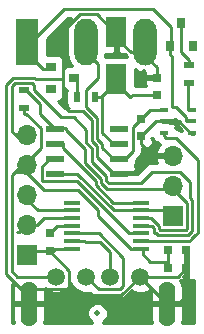
<source format=gbr>
G04 #@! TF.FileFunction,Copper,L1,Top,Signal*
%FSLAX46Y46*%
G04 Gerber Fmt 4.6, Leading zero omitted, Abs format (unit mm)*
G04 Created by KiCad (PCBNEW 4.0.7) date 12/13/17 21:39:52*
%MOMM*%
%LPD*%
G01*
G04 APERTURE LIST*
%ADD10C,0.100000*%
%ADD11R,1.700000X1.700000*%
%ADD12O,1.700000X1.700000*%
%ADD13R,1.550000X0.600000*%
%ADD14R,1.980000X3.960000*%
%ADD15O,1.980000X3.960000*%
%ADD16R,0.750000X0.800000*%
%ADD17R,1.450000X0.450000*%
%ADD18R,0.800000X0.750000*%
%ADD19R,0.900000X0.500000*%
%ADD20R,1.800000X2.500000*%
%ADD21R,0.500000X0.900000*%
%ADD22R,0.800000X0.900000*%
%ADD23R,0.900000X0.800000*%
%ADD24C,0.500000*%
%ADD25C,1.501140*%
%ADD26O,1.400000X3.800000*%
%ADD27R,0.700000X0.450000*%
%ADD28C,0.250000*%
%ADD29C,0.254000*%
G04 APERTURE END LIST*
D10*
D11*
X54250000Y-44300000D03*
D12*
X54250000Y-41760000D03*
X54250000Y-39220000D03*
D13*
X44290000Y-36957000D03*
X44290000Y-38227000D03*
X44290000Y-39497000D03*
X44290000Y-40767000D03*
X49690000Y-40767000D03*
X49690000Y-39497000D03*
X49690000Y-38227000D03*
X49690000Y-36957000D03*
D14*
X41900000Y-29560000D03*
D15*
X46900000Y-29560000D03*
X51900000Y-29560000D03*
D16*
X51562000Y-37580000D03*
X51562000Y-36080000D03*
D17*
X51550000Y-47110000D03*
X51550000Y-46460000D03*
X51550000Y-45810000D03*
X51550000Y-45160000D03*
X51550000Y-44510000D03*
X51550000Y-43860000D03*
X51550000Y-43210000D03*
X45650000Y-43210000D03*
X45650000Y-43860000D03*
X45650000Y-44510000D03*
X45650000Y-45160000D03*
X45650000Y-45810000D03*
X45650000Y-46460000D03*
X45650000Y-47110000D03*
D11*
X41910000Y-47640000D03*
D12*
X41910000Y-45100000D03*
X41910000Y-42560000D03*
X41910000Y-40020000D03*
X41910000Y-37480000D03*
D16*
X43800000Y-45810000D03*
X43800000Y-47310000D03*
D18*
X53860000Y-47244000D03*
X55360000Y-47244000D03*
X53850000Y-48768000D03*
X55350000Y-48768000D03*
D19*
X55600000Y-31560000D03*
X55600000Y-33060000D03*
X41600000Y-33660000D03*
X41600000Y-35160000D03*
D16*
X52850000Y-32610000D03*
X52850000Y-34110000D03*
D20*
X49450000Y-32760000D03*
X49450000Y-28760000D03*
D21*
X47600000Y-34260000D03*
X46100000Y-34260000D03*
D22*
X54000000Y-29960000D03*
X55900000Y-29960000D03*
X54950000Y-27960000D03*
D23*
X43900000Y-31710000D03*
X43900000Y-33610000D03*
X45900000Y-32660000D03*
D24*
X47850000Y-52578000D03*
D25*
X44351140Y-49457880D03*
X46891140Y-49457880D03*
X48923140Y-49457880D03*
X51463140Y-49457880D03*
D26*
X42066000Y-51746000D03*
X53750000Y-51746000D03*
D27*
X53480000Y-35372000D03*
X53480000Y-36322000D03*
X53480000Y-37272000D03*
X55880000Y-35372000D03*
X55880000Y-36322000D03*
X55880000Y-37272000D03*
D28*
X53480000Y-36322000D02*
X54719998Y-36322000D01*
X54719998Y-36322000D02*
X55669998Y-37272000D01*
X55669998Y-37272000D02*
X55880000Y-37272000D01*
X40640000Y-49784000D02*
X41389451Y-50533451D01*
X40132000Y-42672000D02*
X40132000Y-49276000D01*
X40132000Y-49276000D02*
X40640000Y-49784000D01*
X40132000Y-41402000D02*
X40132000Y-41552587D01*
X40132000Y-33206587D02*
X40132000Y-41402000D01*
X40132000Y-41656000D02*
X40132000Y-42672000D01*
X40132000Y-41402000D02*
X40132000Y-42672000D01*
X44963612Y-32766000D02*
X42627413Y-32766000D01*
X42627413Y-32766000D02*
X42496401Y-32634988D01*
X42496401Y-32634988D02*
X40703599Y-32634988D01*
X40703599Y-32634988D02*
X40132000Y-33206587D01*
X41389451Y-50533451D02*
X45533875Y-50533451D01*
X45533875Y-50533451D02*
X45546424Y-50546000D01*
X45426711Y-50426287D02*
X45546424Y-50546000D01*
X45546424Y-50546000D02*
X46054424Y-51054000D01*
X44963612Y-34973612D02*
X44963612Y-32766000D01*
X44963612Y-32766000D02*
X44963612Y-28646684D01*
X51463140Y-49457880D02*
X52661880Y-49457880D01*
X52661880Y-49457880D02*
X52672001Y-49468001D01*
X52672001Y-49468001D02*
X54624999Y-49468001D01*
X54624999Y-49468001D02*
X55325000Y-48768000D01*
X55325000Y-48768000D02*
X55350000Y-48768000D01*
X53086000Y-36322000D02*
X53211000Y-36322000D01*
X53086000Y-36322000D02*
X52820000Y-36322000D01*
X52820000Y-36322000D02*
X51562000Y-37580000D01*
X51562000Y-37580000D02*
X51562000Y-38230000D01*
X51562000Y-38230000D02*
X52376410Y-39044410D01*
X52376410Y-39044410D02*
X52376410Y-39220000D01*
X49690000Y-40767000D02*
X50715000Y-40767000D01*
X50715000Y-40767000D02*
X51581990Y-39900010D01*
X51581990Y-39900010D02*
X51696401Y-39900009D01*
X51696401Y-39900009D02*
X52376410Y-39220000D01*
X52376410Y-39220000D02*
X54073590Y-39220000D01*
X54073590Y-39220000D02*
X54161795Y-39308205D01*
X47800033Y-39352033D02*
X47800033Y-38404854D01*
X46355306Y-27254990D02*
X47794990Y-27254990D01*
X44963612Y-28646684D02*
X46355306Y-27254990D01*
X46586411Y-35460000D02*
X45450000Y-35460000D01*
X49690000Y-40767000D02*
X49215000Y-40767000D01*
X47794990Y-27254990D02*
X49450000Y-28910000D01*
X47359978Y-37964799D02*
X47359978Y-36233567D01*
X49215000Y-40767000D02*
X47800033Y-39352033D01*
X45450000Y-35460000D02*
X44963612Y-34973612D01*
X47359978Y-36233567D02*
X46586411Y-35460000D01*
X47800033Y-38404854D02*
X47359978Y-37964799D01*
X55077120Y-49457880D02*
X55350000Y-49185000D01*
X55350000Y-49185000D02*
X55350000Y-48560000D01*
X46054424Y-51054000D02*
X49867020Y-51054000D01*
X49867020Y-51054000D02*
X51463140Y-49457880D01*
X45775000Y-47110000D02*
X44000000Y-47110000D01*
X44000000Y-47110000D02*
X43800000Y-47310000D01*
X45426711Y-48961711D02*
X45426711Y-50426287D01*
X45426711Y-50426287D02*
X44106998Y-51746000D01*
X44106998Y-51746000D02*
X42066000Y-51746000D01*
X45426711Y-48961711D02*
X43800000Y-47335000D01*
X43800000Y-47335000D02*
X43800000Y-47310000D01*
X43800000Y-47310000D02*
X41830000Y-47310000D01*
X41830000Y-47310000D02*
X41500000Y-47640000D01*
X41500000Y-51180000D02*
X42066000Y-51746000D01*
X51463140Y-49457880D02*
X53750000Y-51744740D01*
X53750000Y-51744740D02*
X53750000Y-51746000D01*
X50600000Y-40720000D02*
X50110000Y-40720000D01*
X43800000Y-47310000D02*
X44125000Y-47310000D01*
X52800000Y-51746000D02*
X53750000Y-51746000D01*
X51910000Y-29810000D02*
X51910000Y-30800000D01*
X51910000Y-30800000D02*
X52850000Y-31740000D01*
X52850000Y-31740000D02*
X52850000Y-32610000D01*
X42066000Y-51743020D02*
X42066000Y-51746000D01*
X53750000Y-51746000D02*
X54700000Y-51746000D01*
X54700000Y-51746000D02*
X55360000Y-51086000D01*
X55360000Y-51086000D02*
X55360000Y-48815000D01*
X55360000Y-48815000D02*
X55360000Y-48190000D01*
X55350000Y-48180000D02*
X55360000Y-48190000D01*
X49450000Y-28610000D02*
X49450000Y-29260000D01*
X49450000Y-29260000D02*
X50670000Y-30480000D01*
X50670000Y-30480000D02*
X51910000Y-30480000D01*
X51910000Y-31470000D02*
X51910000Y-30480000D01*
X52145000Y-30480000D02*
X52120000Y-30480000D01*
X52120000Y-30480000D02*
X51910000Y-30480000D01*
X41500000Y-48190000D02*
X41480000Y-48190000D01*
X48923140Y-49457880D02*
X48923140Y-47399140D01*
X46750000Y-46460000D02*
X45775000Y-46460000D01*
X48923140Y-47399140D02*
X48059001Y-46535001D01*
X48059001Y-46535001D02*
X46825001Y-46535001D01*
X46825001Y-46535001D02*
X46750000Y-46460000D01*
X48923140Y-49686860D02*
X48923140Y-49457880D01*
X45775000Y-45810000D02*
X47970410Y-45810000D01*
X47970410Y-45810000D02*
X50038000Y-47877590D01*
X49751159Y-50533451D02*
X47966711Y-50533451D01*
X50038000Y-47877590D02*
X50038000Y-50246610D01*
X47966711Y-50533451D02*
X46891140Y-49457880D01*
X50038000Y-50246610D02*
X49751159Y-50533451D01*
X46891140Y-49457880D02*
X46917880Y-49457880D01*
X46917880Y-49457880D02*
X46990000Y-49530000D01*
X46990000Y-49530000D02*
X46659998Y-49530000D01*
X41910000Y-40020000D02*
X41910000Y-40683413D01*
X41910000Y-40683413D02*
X43336587Y-42110000D01*
X43336587Y-42110000D02*
X46190943Y-42110000D01*
X41500000Y-40020000D02*
X40650001Y-40869999D01*
X40599990Y-49024992D02*
X41032878Y-49457880D01*
X40650001Y-40869999D02*
X40650001Y-45413589D01*
X40650001Y-45413589D02*
X40599990Y-45463600D01*
X40599990Y-45463600D02*
X40599990Y-49024992D01*
X41600000Y-35160000D02*
X41600000Y-35660000D01*
X41600000Y-35660000D02*
X41829002Y-35660000D01*
X43085001Y-36915999D02*
X43085001Y-38590999D01*
X41829002Y-35660000D02*
X43085001Y-36915999D01*
X43085001Y-38590999D02*
X42505999Y-39170001D01*
X42505999Y-39170001D02*
X41656000Y-40020000D01*
X44351140Y-49457880D02*
X41032878Y-49457880D01*
X50650000Y-47110000D02*
X51675000Y-47110000D01*
X47900000Y-44360000D02*
X50650000Y-47110000D01*
X41050000Y-40570000D02*
X41560000Y-40570000D01*
X47900000Y-43819057D02*
X47900000Y-44360000D01*
X46190943Y-42110000D02*
X47900000Y-43819057D01*
X53850000Y-48560000D02*
X53850000Y-47060000D01*
X53850000Y-47060000D02*
X53800000Y-47010000D01*
X44675000Y-49180000D02*
X44325000Y-49530000D01*
X43945000Y-49530000D02*
X44325000Y-49530000D01*
X41740000Y-40600000D02*
X41710000Y-40570000D01*
X41710000Y-40570000D02*
X41050000Y-40570000D01*
X51675000Y-47110000D02*
X51675000Y-47585000D01*
X51675000Y-47585000D02*
X52280000Y-48190000D01*
X52280000Y-48190000D02*
X53860000Y-48190000D01*
X51900000Y-47110000D02*
X51675000Y-47110000D01*
X53860000Y-48190000D02*
X53860000Y-48305000D01*
X43189999Y-40122001D02*
X43815000Y-39497000D01*
X43189999Y-41327001D02*
X43189999Y-40122001D01*
X43264998Y-41402000D02*
X43189999Y-41327001D01*
X43815000Y-39497000D02*
X44290000Y-39497000D01*
X46119354Y-41402000D02*
X43264998Y-41402000D01*
X50527354Y-45810000D02*
X46119354Y-41402000D01*
X51675000Y-45810000D02*
X50527354Y-45810000D01*
X54814001Y-40584999D02*
X52475001Y-40584999D01*
X51675000Y-45160000D02*
X52435002Y-45160000D01*
X52435002Y-45160000D02*
X52600001Y-45324999D01*
X52600001Y-45324999D02*
X52600001Y-45760001D01*
X52788588Y-45760001D02*
X52953599Y-45925012D01*
X52953599Y-45925012D02*
X55546401Y-45925012D01*
X55546401Y-45925012D02*
X55875012Y-45596401D01*
X55875012Y-45596401D02*
X55875012Y-43003599D01*
X52600001Y-45760001D02*
X52788588Y-45760001D01*
X55683989Y-42812576D02*
X55683989Y-41454987D01*
X48822987Y-41559989D02*
X48589999Y-41327001D01*
X47350022Y-39730022D02*
X47350022Y-38591254D01*
X55683989Y-41454987D02*
X54814001Y-40584999D01*
X47350022Y-38591254D02*
X46909967Y-38151199D01*
X46909967Y-37032797D02*
X45857169Y-35979999D01*
X45857169Y-35979999D02*
X44784997Y-35979999D01*
X44784997Y-35979999D02*
X42441013Y-33636015D01*
X48589999Y-41327001D02*
X48589999Y-40969999D01*
X55875012Y-43003599D02*
X55683989Y-42812576D01*
X52475001Y-40584999D02*
X51500011Y-41559989D01*
X42441013Y-33216011D02*
X42310001Y-33084999D01*
X42310001Y-33084999D02*
X40889998Y-33084999D01*
X48589999Y-40969999D02*
X47350022Y-39730022D01*
X46909967Y-38151199D02*
X46909967Y-37032797D01*
X40889998Y-33084999D02*
X40650001Y-33324996D01*
X40650001Y-33324996D02*
X40650001Y-37180001D01*
X40650001Y-37180001D02*
X40894000Y-37424000D01*
X42441013Y-33636015D02*
X42441013Y-33216011D01*
X51500011Y-41559989D02*
X48822987Y-41559989D01*
X40894000Y-37424000D02*
X41500000Y-38030000D01*
X40950000Y-37480000D02*
X40894000Y-37424000D01*
X41910000Y-37480000D02*
X40950000Y-37480000D01*
X49200176Y-43210000D02*
X51675000Y-43210000D01*
X47689977Y-41342799D02*
X47689977Y-41699801D01*
X44950000Y-38602822D02*
X47689977Y-41342799D01*
X44950000Y-38110000D02*
X44950000Y-38602822D01*
X47689977Y-41699801D02*
X49200176Y-43210000D01*
X41500000Y-45100000D02*
X42702081Y-45100000D01*
X42702081Y-45100000D02*
X43292081Y-44510000D01*
X43292081Y-44510000D02*
X45775000Y-44510000D01*
X41050000Y-45650000D02*
X41310000Y-45650000D01*
X43800000Y-45810000D02*
X44450000Y-45160000D01*
X44450000Y-45160000D02*
X45775000Y-45160000D01*
X54155001Y-35105001D02*
X54538001Y-35105001D01*
X54538001Y-35105001D02*
X55361000Y-35928000D01*
X55361000Y-35928000D02*
X55361000Y-36322000D01*
X54000000Y-30660000D02*
X54155001Y-30815001D01*
X54155001Y-30815001D02*
X54155001Y-35105001D01*
X55361000Y-36322000D02*
X55880000Y-36322000D01*
X55486000Y-36322000D02*
X55361000Y-36322000D01*
X54000000Y-30660000D02*
X54000000Y-29960000D01*
X41910000Y-29870000D02*
X41910000Y-29810000D01*
X41910000Y-29810000D02*
X42000000Y-29810000D01*
X42000000Y-29810000D02*
X45005021Y-26804979D01*
X45005021Y-26804979D02*
X52544979Y-26804979D01*
X52544979Y-26804979D02*
X54100000Y-28360000D01*
X54100000Y-28360000D02*
X54100000Y-29885000D01*
X54100000Y-29885000D02*
X54100000Y-30021411D01*
X44000000Y-31860000D02*
X43210000Y-31860000D01*
X43210000Y-31860000D02*
X41900000Y-30550000D01*
X41900000Y-30550000D02*
X41900000Y-29560000D01*
X55050000Y-27885000D02*
X54914316Y-28020684D01*
X54914316Y-28020684D02*
X54914316Y-30474316D01*
X55600000Y-31160000D02*
X55600000Y-31560000D01*
X54914316Y-30474316D02*
X55600000Y-31160000D01*
X53086000Y-35372000D02*
X53480000Y-35372000D01*
X51562000Y-36080000D02*
X51562000Y-36105000D01*
X51562000Y-36105000D02*
X50861999Y-36805001D01*
X50861999Y-36805001D02*
X50861999Y-38800001D01*
X50861999Y-38800001D02*
X50165000Y-39497000D01*
X50165000Y-39497000D02*
X49690000Y-39497000D01*
X51562000Y-36080000D02*
X52270000Y-35372000D01*
X52270000Y-35372000D02*
X53086000Y-35372000D01*
X46900000Y-35137178D02*
X47809989Y-36047167D01*
X47900000Y-31470000D02*
X47900000Y-32674998D01*
X48250044Y-38218454D02*
X48250044Y-38532044D01*
X47809989Y-36047167D02*
X47809989Y-37778399D01*
X49215000Y-39497000D02*
X49690000Y-39497000D01*
X47809989Y-37778399D02*
X48250044Y-38218454D01*
X47900000Y-32674998D02*
X46900000Y-33674998D01*
X46910000Y-30480000D02*
X47900000Y-31470000D01*
X48250044Y-38532044D02*
X49215000Y-39497000D01*
X46900000Y-33674998D02*
X46900000Y-35137178D01*
X52850000Y-34110000D02*
X50800000Y-34110000D01*
X50800000Y-34110000D02*
X50650000Y-34260000D01*
X50650000Y-34260000D02*
X50600000Y-34260000D01*
X50600000Y-34260000D02*
X49450000Y-33110000D01*
X49450000Y-33110000D02*
X49450000Y-32760000D01*
X50165000Y-38227000D02*
X49690000Y-38227000D01*
X49215000Y-38227000D02*
X48260000Y-37272000D01*
X49690000Y-38227000D02*
X49215000Y-38227000D01*
X48260000Y-34150000D02*
X48260000Y-37272000D01*
X47650000Y-34260000D02*
X48150000Y-34260000D01*
X48150000Y-34260000D02*
X48260000Y-34150000D01*
X49450000Y-32610000D02*
X49450000Y-32960000D01*
X49450000Y-32960000D02*
X48260000Y-34150000D01*
X46150000Y-34260000D02*
X46150000Y-32960000D01*
X46150000Y-32960000D02*
X46000000Y-32810000D01*
X46120765Y-40767000D02*
X44290000Y-40767000D01*
X49213765Y-43860000D02*
X46120765Y-40767000D01*
X51675000Y-43860000D02*
X49213765Y-43860000D01*
X54200000Y-44450000D02*
X54140000Y-44450000D01*
X54140000Y-44450000D02*
X53950000Y-44260000D01*
X53950000Y-44260000D02*
X53950000Y-44210000D01*
X53950000Y-44210000D02*
X53600000Y-43860000D01*
X53600000Y-43860000D02*
X51675000Y-43860000D01*
X51675000Y-43760001D02*
X51675000Y-43860000D01*
X55425001Y-43189999D02*
X54200000Y-41964998D01*
X52421413Y-44510000D02*
X53074999Y-45163586D01*
X53074999Y-45163586D02*
X53074999Y-45410001D01*
X53074999Y-45410001D02*
X53139999Y-45475001D01*
X51675000Y-44510000D02*
X52421413Y-44510000D01*
X54200000Y-41964998D02*
X54200000Y-41910000D01*
X55425001Y-45410001D02*
X55425001Y-43189999D01*
X53139999Y-45475001D02*
X55360001Y-45475001D01*
X55360001Y-45475001D02*
X55425001Y-45410001D01*
X46800000Y-38677643D02*
X46800000Y-39816411D01*
X46800000Y-39816411D02*
X48139988Y-41156399D01*
X45200000Y-36910000D02*
X45200000Y-37077643D01*
X45200000Y-37077643D02*
X46800000Y-38677643D01*
X48139988Y-41513401D02*
X48676587Y-42050000D01*
X54550000Y-42050000D02*
X54510000Y-42010000D01*
X48139988Y-41156399D02*
X48139988Y-41513401D01*
X48676587Y-42050000D02*
X54550000Y-42050000D01*
X44175000Y-36910000D02*
X43000000Y-35735000D01*
X43000000Y-35735000D02*
X43000000Y-34860000D01*
X43000000Y-34860000D02*
X41800000Y-33660000D01*
X45200000Y-36910000D02*
X44175000Y-36910000D01*
X41800000Y-33660000D02*
X41600000Y-33660000D01*
X45775000Y-43860000D02*
X42800000Y-43860000D01*
X42800000Y-43860000D02*
X41500000Y-42560000D01*
X55486000Y-35372000D02*
X55880000Y-35372000D01*
X55486000Y-35372000D02*
X55486000Y-33174000D01*
X55486000Y-33174000D02*
X55600000Y-33060000D01*
X53480000Y-37272000D02*
X53480000Y-37541000D01*
X53480000Y-37541000D02*
X53686000Y-37747000D01*
X55798001Y-46309999D02*
X55797825Y-46309999D01*
X55797825Y-46309999D02*
X55647824Y-46460000D01*
X55647824Y-46460000D02*
X52525000Y-46460000D01*
X52525000Y-46460000D02*
X51550000Y-46460000D01*
X56134000Y-45974000D02*
X55798001Y-46309999D01*
X56134000Y-45973824D02*
X56134000Y-45974000D01*
X56325023Y-45782801D02*
X56134000Y-45973824D01*
X56325023Y-39556021D02*
X56325023Y-45782801D01*
X53686000Y-37747000D02*
X54516002Y-37747000D01*
X54516002Y-37747000D02*
X56325023Y-39556021D01*
D29*
G36*
X55507000Y-47371000D02*
X55487000Y-47371000D01*
X55487000Y-47906750D01*
X55477000Y-47916750D01*
X55477000Y-48641000D01*
X55497000Y-48641000D01*
X55497000Y-48895000D01*
X55477000Y-48895000D01*
X55477000Y-49619250D01*
X55635750Y-49778000D01*
X55876309Y-49778000D01*
X56040000Y-49710197D01*
X56040000Y-53350000D01*
X55001979Y-53350000D01*
X55085000Y-53073000D01*
X55085000Y-51873000D01*
X53877000Y-51873000D01*
X53877000Y-51893000D01*
X53623000Y-51893000D01*
X53623000Y-51873000D01*
X52415000Y-51873000D01*
X52415000Y-53073000D01*
X52498021Y-53350000D01*
X48299117Y-53350000D01*
X48350657Y-53328704D01*
X48599829Y-53079967D01*
X48734846Y-52754810D01*
X48735153Y-52402735D01*
X48600704Y-52077343D01*
X48351967Y-51828171D01*
X48026810Y-51693154D01*
X47674735Y-51692847D01*
X47349343Y-51827296D01*
X47100171Y-52076033D01*
X46965154Y-52401190D01*
X46964847Y-52753265D01*
X47099296Y-53078657D01*
X47348033Y-53327829D01*
X47401427Y-53350000D01*
X43317979Y-53350000D01*
X43401000Y-53073000D01*
X43401000Y-51873000D01*
X42193000Y-51873000D01*
X42193000Y-51893000D01*
X41939000Y-51893000D01*
X41939000Y-51873000D01*
X40731000Y-51873000D01*
X40731000Y-53073000D01*
X40814021Y-53350000D01*
X40577000Y-53350000D01*
X40577000Y-50049753D01*
X40742039Y-50160028D01*
X40804872Y-50172526D01*
X40731000Y-50419000D01*
X40731000Y-51619000D01*
X41939000Y-51619000D01*
X41939000Y-51599000D01*
X42193000Y-51599000D01*
X42193000Y-51619000D01*
X43401000Y-51619000D01*
X43401000Y-50467284D01*
X43565253Y-50631824D01*
X44074324Y-50843209D01*
X44625538Y-50843690D01*
X45134977Y-50633194D01*
X45525084Y-50243767D01*
X45621115Y-50012499D01*
X45715826Y-50241717D01*
X46105253Y-50631824D01*
X46614324Y-50843209D01*
X47165538Y-50843690D01*
X47191444Y-50832986D01*
X47429310Y-51070852D01*
X47675872Y-51235599D01*
X47966711Y-51293451D01*
X49751159Y-51293451D01*
X50041998Y-51235599D01*
X50288560Y-51070852D01*
X50575401Y-50784011D01*
X50712780Y-50578409D01*
X50738875Y-50670811D01*
X51258174Y-50855647D01*
X51808678Y-50827685D01*
X52187405Y-50670811D01*
X52255464Y-50429812D01*
X52370517Y-50544865D01*
X52415000Y-50500382D01*
X52415000Y-51619000D01*
X53623000Y-51619000D01*
X53623000Y-51599000D01*
X53877000Y-51599000D01*
X53877000Y-51619000D01*
X55085000Y-51619000D01*
X55085000Y-50419000D01*
X54934778Y-49917785D01*
X54819381Y-49776215D01*
X54823691Y-49778000D01*
X55064250Y-49778000D01*
X55223000Y-49619250D01*
X55223000Y-48895000D01*
X55203000Y-48895000D01*
X55203000Y-48641000D01*
X55223000Y-48641000D01*
X55223000Y-48105250D01*
X55233000Y-48095250D01*
X55233000Y-47371000D01*
X55213000Y-47371000D01*
X55213000Y-47220000D01*
X55507000Y-47220000D01*
X55507000Y-47371000D01*
X55507000Y-47371000D01*
G37*
X55507000Y-47371000D02*
X55487000Y-47371000D01*
X55487000Y-47906750D01*
X55477000Y-47916750D01*
X55477000Y-48641000D01*
X55497000Y-48641000D01*
X55497000Y-48895000D01*
X55477000Y-48895000D01*
X55477000Y-49619250D01*
X55635750Y-49778000D01*
X55876309Y-49778000D01*
X56040000Y-49710197D01*
X56040000Y-53350000D01*
X55001979Y-53350000D01*
X55085000Y-53073000D01*
X55085000Y-51873000D01*
X53877000Y-51873000D01*
X53877000Y-51893000D01*
X53623000Y-51893000D01*
X53623000Y-51873000D01*
X52415000Y-51873000D01*
X52415000Y-53073000D01*
X52498021Y-53350000D01*
X48299117Y-53350000D01*
X48350657Y-53328704D01*
X48599829Y-53079967D01*
X48734846Y-52754810D01*
X48735153Y-52402735D01*
X48600704Y-52077343D01*
X48351967Y-51828171D01*
X48026810Y-51693154D01*
X47674735Y-51692847D01*
X47349343Y-51827296D01*
X47100171Y-52076033D01*
X46965154Y-52401190D01*
X46964847Y-52753265D01*
X47099296Y-53078657D01*
X47348033Y-53327829D01*
X47401427Y-53350000D01*
X43317979Y-53350000D01*
X43401000Y-53073000D01*
X43401000Y-51873000D01*
X42193000Y-51873000D01*
X42193000Y-51893000D01*
X41939000Y-51893000D01*
X41939000Y-51873000D01*
X40731000Y-51873000D01*
X40731000Y-53073000D01*
X40814021Y-53350000D01*
X40577000Y-53350000D01*
X40577000Y-50049753D01*
X40742039Y-50160028D01*
X40804872Y-50172526D01*
X40731000Y-50419000D01*
X40731000Y-51619000D01*
X41939000Y-51619000D01*
X41939000Y-51599000D01*
X42193000Y-51599000D01*
X42193000Y-51619000D01*
X43401000Y-51619000D01*
X43401000Y-50467284D01*
X43565253Y-50631824D01*
X44074324Y-50843209D01*
X44625538Y-50843690D01*
X45134977Y-50633194D01*
X45525084Y-50243767D01*
X45621115Y-50012499D01*
X45715826Y-50241717D01*
X46105253Y-50631824D01*
X46614324Y-50843209D01*
X47165538Y-50843690D01*
X47191444Y-50832986D01*
X47429310Y-51070852D01*
X47675872Y-51235599D01*
X47966711Y-51293451D01*
X49751159Y-51293451D01*
X50041998Y-51235599D01*
X50288560Y-51070852D01*
X50575401Y-50784011D01*
X50712780Y-50578409D01*
X50738875Y-50670811D01*
X51258174Y-50855647D01*
X51808678Y-50827685D01*
X52187405Y-50670811D01*
X52255464Y-50429812D01*
X52370517Y-50544865D01*
X52415000Y-50500382D01*
X52415000Y-51619000D01*
X53623000Y-51619000D01*
X53623000Y-51599000D01*
X53877000Y-51599000D01*
X53877000Y-51619000D01*
X55085000Y-51619000D01*
X55085000Y-50419000D01*
X54934778Y-49917785D01*
X54819381Y-49776215D01*
X54823691Y-49778000D01*
X55064250Y-49778000D01*
X55223000Y-49619250D01*
X55223000Y-48895000D01*
X55203000Y-48895000D01*
X55203000Y-48641000D01*
X55223000Y-48641000D01*
X55223000Y-48105250D01*
X55233000Y-48095250D01*
X55233000Y-47371000D01*
X55213000Y-47371000D01*
X55213000Y-47220000D01*
X55507000Y-47220000D01*
X55507000Y-47371000D01*
G36*
X51656888Y-49443738D02*
X51642745Y-49457880D01*
X51656888Y-49472023D01*
X51477283Y-49651628D01*
X51463140Y-49637485D01*
X51448998Y-49651628D01*
X51269393Y-49472023D01*
X51283535Y-49457880D01*
X51269393Y-49443738D01*
X51448998Y-49264133D01*
X51463140Y-49278275D01*
X51477283Y-49264133D01*
X51656888Y-49443738D01*
X51656888Y-49443738D01*
G37*
X51656888Y-49443738D02*
X51642745Y-49457880D01*
X51656888Y-49472023D01*
X51477283Y-49651628D01*
X51463140Y-49637485D01*
X51448998Y-49651628D01*
X51269393Y-49472023D01*
X51283535Y-49457880D01*
X51269393Y-49443738D01*
X51448998Y-49264133D01*
X51463140Y-49278275D01*
X51477283Y-49264133D01*
X51656888Y-49443738D01*
G36*
X42037000Y-47513000D02*
X42057000Y-47513000D01*
X42057000Y-47767000D01*
X42037000Y-47767000D01*
X42037000Y-47787000D01*
X41783000Y-47787000D01*
X41783000Y-47767000D01*
X41763000Y-47767000D01*
X41763000Y-47513000D01*
X41783000Y-47513000D01*
X41783000Y-47493000D01*
X42037000Y-47493000D01*
X42037000Y-47513000D01*
X42037000Y-47513000D01*
G37*
X42037000Y-47513000D02*
X42057000Y-47513000D01*
X42057000Y-47767000D01*
X42037000Y-47767000D01*
X42037000Y-47787000D01*
X41783000Y-47787000D01*
X41783000Y-47767000D01*
X41763000Y-47767000D01*
X41763000Y-47513000D01*
X41783000Y-47513000D01*
X41783000Y-47493000D01*
X42037000Y-47493000D01*
X42037000Y-47513000D01*
G36*
X43927000Y-47183000D02*
X43947000Y-47183000D01*
X43947000Y-47437000D01*
X43927000Y-47437000D01*
X43927000Y-47457000D01*
X43673000Y-47457000D01*
X43673000Y-47437000D01*
X43653000Y-47437000D01*
X43653000Y-47183000D01*
X43673000Y-47183000D01*
X43673000Y-47163000D01*
X43927000Y-47163000D01*
X43927000Y-47183000D01*
X43927000Y-47183000D01*
G37*
X43927000Y-47183000D02*
X43947000Y-47183000D01*
X43947000Y-47437000D01*
X43927000Y-47437000D01*
X43927000Y-47457000D01*
X43673000Y-47457000D01*
X43673000Y-47437000D01*
X43653000Y-47437000D01*
X43653000Y-47183000D01*
X43673000Y-47183000D01*
X43673000Y-47163000D01*
X43927000Y-47163000D01*
X43927000Y-47183000D01*
G36*
X52526838Y-37732317D02*
X52665910Y-37948441D01*
X52878110Y-38093431D01*
X52977821Y-38113623D01*
X53139953Y-38275755D01*
X52978355Y-38453076D01*
X52808524Y-38863110D01*
X52929845Y-39093000D01*
X54123000Y-39093000D01*
X54123000Y-39073000D01*
X54377000Y-39073000D01*
X54377000Y-39093000D01*
X54397000Y-39093000D01*
X54397000Y-39347000D01*
X54377000Y-39347000D01*
X54377000Y-39367000D01*
X54123000Y-39367000D01*
X54123000Y-39347000D01*
X52929845Y-39347000D01*
X52808524Y-39576890D01*
X52911288Y-39824999D01*
X52475001Y-39824999D01*
X52184162Y-39882851D01*
X51937600Y-40047598D01*
X51185209Y-40799989D01*
X49543000Y-40799989D01*
X49543000Y-40640000D01*
X49563000Y-40640000D01*
X49563000Y-40620000D01*
X49817000Y-40620000D01*
X49817000Y-40640000D01*
X50941250Y-40640000D01*
X51100000Y-40481250D01*
X51100000Y-40340690D01*
X51010194Y-40123878D01*
X51061431Y-40048890D01*
X51112440Y-39797000D01*
X51112440Y-39624362D01*
X51399400Y-39337402D01*
X51564147Y-39090841D01*
X51576672Y-39027874D01*
X51621999Y-38800001D01*
X51621999Y-38615000D01*
X51689002Y-38615000D01*
X51689002Y-38456252D01*
X51847750Y-38615000D01*
X52063310Y-38615000D01*
X52296699Y-38518327D01*
X52475327Y-38339698D01*
X52572000Y-38106309D01*
X52572000Y-37865750D01*
X52413252Y-37707002D01*
X52522075Y-37707002D01*
X52526838Y-37732317D01*
X52526838Y-37732317D01*
G37*
X52526838Y-37732317D02*
X52665910Y-37948441D01*
X52878110Y-38093431D01*
X52977821Y-38113623D01*
X53139953Y-38275755D01*
X52978355Y-38453076D01*
X52808524Y-38863110D01*
X52929845Y-39093000D01*
X54123000Y-39093000D01*
X54123000Y-39073000D01*
X54377000Y-39073000D01*
X54377000Y-39093000D01*
X54397000Y-39093000D01*
X54397000Y-39347000D01*
X54377000Y-39347000D01*
X54377000Y-39367000D01*
X54123000Y-39367000D01*
X54123000Y-39347000D01*
X52929845Y-39347000D01*
X52808524Y-39576890D01*
X52911288Y-39824999D01*
X52475001Y-39824999D01*
X52184162Y-39882851D01*
X51937600Y-40047598D01*
X51185209Y-40799989D01*
X49543000Y-40799989D01*
X49543000Y-40640000D01*
X49563000Y-40640000D01*
X49563000Y-40620000D01*
X49817000Y-40620000D01*
X49817000Y-40640000D01*
X50941250Y-40640000D01*
X51100000Y-40481250D01*
X51100000Y-40340690D01*
X51010194Y-40123878D01*
X51061431Y-40048890D01*
X51112440Y-39797000D01*
X51112440Y-39624362D01*
X51399400Y-39337402D01*
X51564147Y-39090841D01*
X51576672Y-39027874D01*
X51621999Y-38800001D01*
X51621999Y-38615000D01*
X51689002Y-38615000D01*
X51689002Y-38456252D01*
X51847750Y-38615000D01*
X52063310Y-38615000D01*
X52296699Y-38518327D01*
X52475327Y-38339698D01*
X52572000Y-38106309D01*
X52572000Y-37865750D01*
X52413252Y-37707002D01*
X52522075Y-37707002D01*
X52526838Y-37732317D01*
G36*
X56027000Y-37384500D02*
X56007000Y-37384500D01*
X56007000Y-37419000D01*
X55753000Y-37419000D01*
X55753000Y-37384500D01*
X55733000Y-37384500D01*
X55733000Y-37194440D01*
X56027000Y-37194440D01*
X56027000Y-37384500D01*
X56027000Y-37384500D01*
G37*
X56027000Y-37384500D02*
X56007000Y-37384500D01*
X56007000Y-37419000D01*
X55753000Y-37419000D01*
X55753000Y-37384500D01*
X55733000Y-37384500D01*
X55733000Y-37194440D01*
X56027000Y-37194440D01*
X56027000Y-37384500D01*
G36*
X54601000Y-36242802D02*
X54601000Y-36322000D01*
X54658852Y-36612839D01*
X54823599Y-36859401D01*
X54899406Y-36910053D01*
X54895000Y-36920690D01*
X54895000Y-37000750D01*
X55039248Y-37144998D01*
X54956721Y-37144998D01*
X54806841Y-37044852D01*
X54516002Y-36987000D01*
X54466150Y-36987000D01*
X54433162Y-36811683D01*
X54417662Y-36787595D01*
X54465000Y-36673310D01*
X54465000Y-36593250D01*
X54306250Y-36434500D01*
X54002539Y-36434500D01*
X53830000Y-36399560D01*
X53333000Y-36399560D01*
X53333000Y-36244440D01*
X53830000Y-36244440D01*
X54015690Y-36209500D01*
X54306250Y-36209500D01*
X54436974Y-36078776D01*
X54601000Y-36242802D01*
X54601000Y-36242802D01*
G37*
X54601000Y-36242802D02*
X54601000Y-36322000D01*
X54658852Y-36612839D01*
X54823599Y-36859401D01*
X54899406Y-36910053D01*
X54895000Y-36920690D01*
X54895000Y-37000750D01*
X55039248Y-37144998D01*
X54956721Y-37144998D01*
X54806841Y-37044852D01*
X54516002Y-36987000D01*
X54466150Y-36987000D01*
X54433162Y-36811683D01*
X54417662Y-36787595D01*
X54465000Y-36673310D01*
X54465000Y-36593250D01*
X54306250Y-36434500D01*
X54002539Y-36434500D01*
X53830000Y-36399560D01*
X53333000Y-36399560D01*
X53333000Y-36244440D01*
X53830000Y-36244440D01*
X54015690Y-36209500D01*
X54306250Y-36209500D01*
X54436974Y-36078776D01*
X54601000Y-36242802D01*
G36*
X45198110Y-33656431D02*
X45232258Y-33663346D01*
X45202560Y-33810000D01*
X45202560Y-34710000D01*
X45246838Y-34945317D01*
X45385910Y-35161441D01*
X45471613Y-35219999D01*
X45099799Y-35219999D01*
X44507588Y-34627788D01*
X44585317Y-34613162D01*
X44801441Y-34474090D01*
X44946431Y-34261890D01*
X44997440Y-34010000D01*
X44997440Y-33519319D01*
X45198110Y-33656431D01*
X45198110Y-33656431D01*
G37*
X45198110Y-33656431D02*
X45232258Y-33663346D01*
X45202560Y-33810000D01*
X45202560Y-34710000D01*
X45246838Y-34945317D01*
X45385910Y-35161441D01*
X45471613Y-35219999D01*
X45099799Y-35219999D01*
X44507588Y-34627788D01*
X44585317Y-34613162D01*
X44801441Y-34474090D01*
X44946431Y-34261890D01*
X44997440Y-34010000D01*
X44997440Y-33519319D01*
X45198110Y-33656431D01*
G36*
X51395472Y-32099905D02*
X51521135Y-32130218D01*
X51772998Y-32010741D01*
X51772998Y-32175000D01*
X51840000Y-32175000D01*
X51840000Y-32324250D01*
X51998750Y-32483000D01*
X52723000Y-32483000D01*
X52723000Y-32463000D01*
X52977000Y-32463000D01*
X52977000Y-32483000D01*
X52997000Y-32483000D01*
X52997000Y-32737000D01*
X52977000Y-32737000D01*
X52977000Y-32757000D01*
X52723000Y-32757000D01*
X52723000Y-32737000D01*
X51998750Y-32737000D01*
X51840000Y-32895750D01*
X51840000Y-33136309D01*
X51928514Y-33350000D01*
X50997440Y-33350000D01*
X50997440Y-31876712D01*
X51395472Y-32099905D01*
X51395472Y-32099905D01*
G37*
X51395472Y-32099905D02*
X51521135Y-32130218D01*
X51772998Y-32010741D01*
X51772998Y-32175000D01*
X51840000Y-32175000D01*
X51840000Y-32324250D01*
X51998750Y-32483000D01*
X52723000Y-32483000D01*
X52723000Y-32463000D01*
X52977000Y-32463000D01*
X52977000Y-32483000D01*
X52997000Y-32483000D01*
X52997000Y-32737000D01*
X52977000Y-32737000D01*
X52977000Y-32757000D01*
X52723000Y-32757000D01*
X52723000Y-32737000D01*
X51998750Y-32737000D01*
X51840000Y-32895750D01*
X51840000Y-33136309D01*
X51928514Y-33350000D01*
X50997440Y-33350000D01*
X50997440Y-31876712D01*
X51395472Y-32099905D01*
G36*
X45398696Y-27896908D02*
X45275000Y-28518769D01*
X45275000Y-30601231D01*
X45398696Y-31223092D01*
X45658930Y-31612560D01*
X45450000Y-31612560D01*
X45214683Y-31656838D01*
X44998559Y-31795910D01*
X44997440Y-31797548D01*
X44997440Y-31310000D01*
X44953162Y-31074683D01*
X44814090Y-30858559D01*
X44601890Y-30713569D01*
X44350000Y-30662560D01*
X43537440Y-30662560D01*
X43537440Y-29347362D01*
X45319823Y-27564979D01*
X45620483Y-27564979D01*
X45398696Y-27896908D01*
X45398696Y-27896908D01*
G37*
X45398696Y-27896908D02*
X45275000Y-28518769D01*
X45275000Y-30601231D01*
X45398696Y-31223092D01*
X45658930Y-31612560D01*
X45450000Y-31612560D01*
X45214683Y-31656838D01*
X44998559Y-31795910D01*
X44997440Y-31797548D01*
X44997440Y-31310000D01*
X44953162Y-31074683D01*
X44814090Y-30858559D01*
X44601890Y-30713569D01*
X44350000Y-30662560D01*
X43537440Y-30662560D01*
X43537440Y-29347362D01*
X45319823Y-27564979D01*
X45620483Y-27564979D01*
X45398696Y-27896908D01*
G36*
X49577000Y-28633000D02*
X49597000Y-28633000D01*
X49597000Y-28887000D01*
X49577000Y-28887000D01*
X49577000Y-30486250D01*
X49735750Y-30645000D01*
X50275000Y-30645000D01*
X50275000Y-30677000D01*
X50327224Y-30862560D01*
X48550000Y-30862560D01*
X48470025Y-30877608D01*
X48516294Y-30645000D01*
X49164250Y-30645000D01*
X49323000Y-30486250D01*
X49323000Y-28887000D01*
X49303000Y-28887000D01*
X49303000Y-28633000D01*
X49323000Y-28633000D01*
X49323000Y-28613000D01*
X49577000Y-28613000D01*
X49577000Y-28633000D01*
X49577000Y-28633000D01*
G37*
X49577000Y-28633000D02*
X49597000Y-28633000D01*
X49597000Y-28887000D01*
X49577000Y-28887000D01*
X49577000Y-30486250D01*
X49735750Y-30645000D01*
X50275000Y-30645000D01*
X50275000Y-30677000D01*
X50327224Y-30862560D01*
X48550000Y-30862560D01*
X48470025Y-30877608D01*
X48516294Y-30645000D01*
X49164250Y-30645000D01*
X49323000Y-30486250D01*
X49323000Y-28887000D01*
X49303000Y-28887000D01*
X49303000Y-28633000D01*
X49323000Y-28633000D01*
X49323000Y-28613000D01*
X49577000Y-28613000D01*
X49577000Y-28633000D01*
G36*
X52027000Y-29433000D02*
X52047000Y-29433000D01*
X52047000Y-29687000D01*
X52027000Y-29687000D01*
X52027000Y-29707000D01*
X51773000Y-29707000D01*
X51773000Y-29687000D01*
X51753000Y-29687000D01*
X51753000Y-29433000D01*
X51773000Y-29433000D01*
X51773000Y-29413000D01*
X52027000Y-29413000D01*
X52027000Y-29433000D01*
X52027000Y-29433000D01*
G37*
X52027000Y-29433000D02*
X52047000Y-29433000D01*
X52047000Y-29687000D01*
X52027000Y-29687000D01*
X52027000Y-29707000D01*
X51773000Y-29707000D01*
X51773000Y-29687000D01*
X51753000Y-29687000D01*
X51753000Y-29433000D01*
X51773000Y-29433000D01*
X51773000Y-29413000D01*
X52027000Y-29413000D01*
X52027000Y-29433000D01*
M02*

</source>
